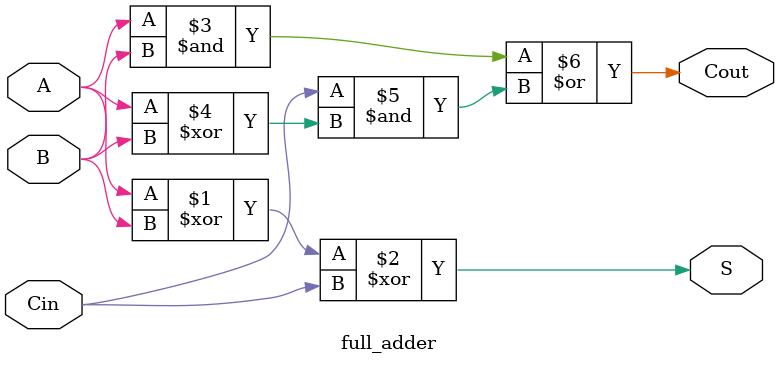
<source format=v>
`timescale 1ns/100ps


module full_adder(A, B, Cin, S, Cout);

 output S, Cout;
 input A, B, Cin;

 assign S = A ^ B ^ Cin; 
 assign Cout = (A & B) | Cin & (A ^ B);

endmodule

</source>
